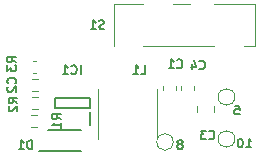
<source format=gbr>
%TF.GenerationSoftware,KiCad,Pcbnew,(5.1.10)-1*%
%TF.CreationDate,2021-10-05T14:24:33+02:00*%
%TF.ProjectId,Masterproef ultrasonic transducer,4d617374-6572-4707-926f-656620756c74,rev?*%
%TF.SameCoordinates,Original*%
%TF.FileFunction,Legend,Bot*%
%TF.FilePolarity,Positive*%
%FSLAX46Y46*%
G04 Gerber Fmt 4.6, Leading zero omitted, Abs format (unit mm)*
G04 Created by KiCad (PCBNEW (5.1.10)-1) date 2021-10-05 14:24:33*
%MOMM*%
%LPD*%
G01*
G04 APERTURE LIST*
%ADD10C,0.200000*%
%ADD11C,0.100000*%
%ADD12C,0.120000*%
%ADD13C,0.150000*%
G04 APERTURE END LIST*
D10*
%TO.C,D1*%
X108556000Y-94223000D02*
X111356000Y-94223000D01*
X107846000Y-96023000D02*
X111356000Y-96023000D01*
D11*
%TO.C,S1*%
X114142000Y-87094000D02*
X114142000Y-83594000D01*
X114142000Y-83594000D02*
X116642000Y-83594000D01*
X116642000Y-87094000D02*
X122642000Y-87094000D01*
X125142000Y-87094000D02*
X126142000Y-87094000D01*
X126142000Y-87094000D02*
X126142000Y-83594000D01*
X126142000Y-83594000D02*
X122642000Y-83594000D01*
X119142000Y-83594000D02*
X120642000Y-83594000D01*
%TO.C,L1*%
X112790600Y-90766200D02*
X112790600Y-94966200D01*
X117790600Y-90766200D02*
X117790600Y-94966200D01*
D10*
%TO.C,IC1*%
X112107600Y-92403000D02*
X112107600Y-91553000D01*
X112107600Y-91553000D02*
X109207600Y-91553000D01*
X109207600Y-91553000D02*
X109207600Y-92403000D01*
X109207600Y-92403000D02*
X112107600Y-92403000D01*
X112157600Y-93803000D02*
X112157600Y-92753000D01*
D12*
%TO.C,R3*%
X107742258Y-89901500D02*
X107267742Y-89901500D01*
X107742258Y-90946500D02*
X107267742Y-90946500D01*
%TO.C,C2*%
X107288420Y-88390000D02*
X107569580Y-88390000D01*
X107288420Y-89410000D02*
X107569580Y-89410000D01*
%TO.C,10*%
X124398000Y-94996000D02*
G75*
G03*
X124398000Y-94996000I-700000J0D01*
G01*
%TO.C,8*%
X119191000Y-95250000D02*
G75*
G03*
X119191000Y-95250000I-700000J0D01*
G01*
%TO.C,5*%
X124398000Y-91440000D02*
G75*
G03*
X124398000Y-91440000I-700000J0D01*
G01*
%TO.C,R2*%
X107267742Y-91425500D02*
X107742258Y-91425500D01*
X107267742Y-92470500D02*
X107742258Y-92470500D01*
%TO.C,R1*%
X107141742Y-92949500D02*
X107616258Y-92949500D01*
X107141742Y-93994500D02*
X107616258Y-93994500D01*
%TO.C,C4*%
X119886000Y-90818580D02*
X119886000Y-90537420D01*
X120906000Y-90818580D02*
X120906000Y-90537420D01*
%TO.C,C3*%
X122655000Y-92194748D02*
X122655000Y-92717252D01*
X121185000Y-92194748D02*
X121185000Y-92717252D01*
%TO.C,C1*%
X118362000Y-90818580D02*
X118362000Y-90537420D01*
X119382000Y-90818580D02*
X119382000Y-90537420D01*
%TO.C,D1*%
D13*
X107232971Y-95843285D02*
X107232971Y-95093285D01*
X107054400Y-95093285D01*
X106947257Y-95129000D01*
X106875828Y-95200428D01*
X106840114Y-95271857D01*
X106804400Y-95414714D01*
X106804400Y-95521857D01*
X106840114Y-95664714D01*
X106875828Y-95736142D01*
X106947257Y-95807571D01*
X107054400Y-95843285D01*
X107232971Y-95843285D01*
X106090114Y-95843285D02*
X106518685Y-95843285D01*
X106304400Y-95843285D02*
X106304400Y-95093285D01*
X106375828Y-95200428D01*
X106447257Y-95271857D01*
X106518685Y-95307571D01*
%TO.C,S1*%
X113347428Y-85647571D02*
X113240285Y-85683285D01*
X113061714Y-85683285D01*
X112990285Y-85647571D01*
X112954571Y-85611857D01*
X112918857Y-85540428D01*
X112918857Y-85469000D01*
X112954571Y-85397571D01*
X112990285Y-85361857D01*
X113061714Y-85326142D01*
X113204571Y-85290428D01*
X113276000Y-85254714D01*
X113311714Y-85219000D01*
X113347428Y-85147571D01*
X113347428Y-85076142D01*
X113311714Y-85004714D01*
X113276000Y-84969000D01*
X113204571Y-84933285D01*
X113026000Y-84933285D01*
X112918857Y-84969000D01*
X112204571Y-85683285D02*
X112633142Y-85683285D01*
X112418857Y-85683285D02*
X112418857Y-84933285D01*
X112490285Y-85040428D01*
X112561714Y-85111857D01*
X112633142Y-85147571D01*
%TO.C,L1*%
X116457000Y-89493285D02*
X116814142Y-89493285D01*
X116814142Y-88743285D01*
X115814142Y-89493285D02*
X116242714Y-89493285D01*
X116028428Y-89493285D02*
X116028428Y-88743285D01*
X116099857Y-88850428D01*
X116171285Y-88921857D01*
X116242714Y-88957571D01*
%TO.C,IC1*%
X111349142Y-89493285D02*
X111349142Y-88743285D01*
X110563428Y-89421857D02*
X110599142Y-89457571D01*
X110706285Y-89493285D01*
X110777714Y-89493285D01*
X110884857Y-89457571D01*
X110956285Y-89386142D01*
X110992000Y-89314714D01*
X111027714Y-89171857D01*
X111027714Y-89064714D01*
X110992000Y-88921857D01*
X110956285Y-88850428D01*
X110884857Y-88779000D01*
X110777714Y-88743285D01*
X110706285Y-88743285D01*
X110599142Y-88779000D01*
X110563428Y-88814714D01*
X109849142Y-89493285D02*
X110277714Y-89493285D01*
X110063428Y-89493285D02*
X110063428Y-88743285D01*
X110134857Y-88850428D01*
X110206285Y-88921857D01*
X110277714Y-88957571D01*
%TO.C,R3*%
X105876285Y-88521000D02*
X105519142Y-88271000D01*
X105876285Y-88092428D02*
X105126285Y-88092428D01*
X105126285Y-88378142D01*
X105162000Y-88449571D01*
X105197714Y-88485285D01*
X105269142Y-88521000D01*
X105376285Y-88521000D01*
X105447714Y-88485285D01*
X105483428Y-88449571D01*
X105519142Y-88378142D01*
X105519142Y-88092428D01*
X105126285Y-88771000D02*
X105126285Y-89235285D01*
X105412000Y-88985285D01*
X105412000Y-89092428D01*
X105447714Y-89163857D01*
X105483428Y-89199571D01*
X105554857Y-89235285D01*
X105733428Y-89235285D01*
X105804857Y-89199571D01*
X105840571Y-89163857D01*
X105876285Y-89092428D01*
X105876285Y-88878142D01*
X105840571Y-88806714D01*
X105804857Y-88771000D01*
%TO.C,C2*%
X105804857Y-90299000D02*
X105840571Y-90263285D01*
X105876285Y-90156142D01*
X105876285Y-90084714D01*
X105840571Y-89977571D01*
X105769142Y-89906142D01*
X105697714Y-89870428D01*
X105554857Y-89834714D01*
X105447714Y-89834714D01*
X105304857Y-89870428D01*
X105233428Y-89906142D01*
X105162000Y-89977571D01*
X105126285Y-90084714D01*
X105126285Y-90156142D01*
X105162000Y-90263285D01*
X105197714Y-90299000D01*
X105197714Y-90584714D02*
X105162000Y-90620428D01*
X105126285Y-90691857D01*
X105126285Y-90870428D01*
X105162000Y-90941857D01*
X105197714Y-90977571D01*
X105269142Y-91013285D01*
X105340571Y-91013285D01*
X105447714Y-90977571D01*
X105876285Y-90549000D01*
X105876285Y-91013285D01*
%TO.C,10*%
X125364857Y-95716285D02*
X125793428Y-95716285D01*
X125579142Y-95716285D02*
X125579142Y-94966285D01*
X125650571Y-95073428D01*
X125722000Y-95144857D01*
X125793428Y-95180571D01*
X124900571Y-94966285D02*
X124829142Y-94966285D01*
X124757714Y-95002000D01*
X124722000Y-95037714D01*
X124686285Y-95109142D01*
X124650571Y-95252000D01*
X124650571Y-95430571D01*
X124686285Y-95573428D01*
X124722000Y-95644857D01*
X124757714Y-95680571D01*
X124829142Y-95716285D01*
X124900571Y-95716285D01*
X124972000Y-95680571D01*
X125007714Y-95644857D01*
X125043428Y-95573428D01*
X125079142Y-95430571D01*
X125079142Y-95252000D01*
X125043428Y-95109142D01*
X125007714Y-95037714D01*
X124972000Y-95002000D01*
X124900571Y-94966285D01*
%TO.C,8*%
X119832428Y-95414714D02*
X119903857Y-95379000D01*
X119939571Y-95343285D01*
X119975285Y-95271857D01*
X119975285Y-95236142D01*
X119939571Y-95164714D01*
X119903857Y-95129000D01*
X119832428Y-95093285D01*
X119689571Y-95093285D01*
X119618142Y-95129000D01*
X119582428Y-95164714D01*
X119546714Y-95236142D01*
X119546714Y-95271857D01*
X119582428Y-95343285D01*
X119618142Y-95379000D01*
X119689571Y-95414714D01*
X119832428Y-95414714D01*
X119903857Y-95450428D01*
X119939571Y-95486142D01*
X119975285Y-95557571D01*
X119975285Y-95700428D01*
X119939571Y-95771857D01*
X119903857Y-95807571D01*
X119832428Y-95843285D01*
X119689571Y-95843285D01*
X119618142Y-95807571D01*
X119582428Y-95771857D01*
X119546714Y-95700428D01*
X119546714Y-95557571D01*
X119582428Y-95486142D01*
X119618142Y-95450428D01*
X119689571Y-95414714D01*
%TO.C,5*%
X124408428Y-92172285D02*
X124765571Y-92172285D01*
X124801285Y-92529428D01*
X124765571Y-92493714D01*
X124694142Y-92458000D01*
X124515571Y-92458000D01*
X124444142Y-92493714D01*
X124408428Y-92529428D01*
X124372714Y-92600857D01*
X124372714Y-92779428D01*
X124408428Y-92850857D01*
X124444142Y-92886571D01*
X124515571Y-92922285D01*
X124694142Y-92922285D01*
X124765571Y-92886571D01*
X124801285Y-92850857D01*
%TO.C,R2*%
X106003285Y-91950000D02*
X105646142Y-91700000D01*
X106003285Y-91521428D02*
X105253285Y-91521428D01*
X105253285Y-91807142D01*
X105289000Y-91878571D01*
X105324714Y-91914285D01*
X105396142Y-91950000D01*
X105503285Y-91950000D01*
X105574714Y-91914285D01*
X105610428Y-91878571D01*
X105646142Y-91807142D01*
X105646142Y-91521428D01*
X105324714Y-92235714D02*
X105289000Y-92271428D01*
X105253285Y-92342857D01*
X105253285Y-92521428D01*
X105289000Y-92592857D01*
X105324714Y-92628571D01*
X105396142Y-92664285D01*
X105467571Y-92664285D01*
X105574714Y-92628571D01*
X106003285Y-92200000D01*
X106003285Y-92664285D01*
%TO.C,R1*%
X109686285Y-93347000D02*
X109329142Y-93097000D01*
X109686285Y-92918428D02*
X108936285Y-92918428D01*
X108936285Y-93204142D01*
X108972000Y-93275571D01*
X109007714Y-93311285D01*
X109079142Y-93347000D01*
X109186285Y-93347000D01*
X109257714Y-93311285D01*
X109293428Y-93275571D01*
X109329142Y-93204142D01*
X109329142Y-92918428D01*
X109686285Y-94061285D02*
X109686285Y-93632714D01*
X109686285Y-93847000D02*
X108936285Y-93847000D01*
X109043428Y-93775571D01*
X109114857Y-93704142D01*
X109150571Y-93632714D01*
%TO.C,C4*%
X121410000Y-89040857D02*
X121445714Y-89076571D01*
X121552857Y-89112285D01*
X121624285Y-89112285D01*
X121731428Y-89076571D01*
X121802857Y-89005142D01*
X121838571Y-88933714D01*
X121874285Y-88790857D01*
X121874285Y-88683714D01*
X121838571Y-88540857D01*
X121802857Y-88469428D01*
X121731428Y-88398000D01*
X121624285Y-88362285D01*
X121552857Y-88362285D01*
X121445714Y-88398000D01*
X121410000Y-88433714D01*
X120767142Y-88612285D02*
X120767142Y-89112285D01*
X120945714Y-88326571D02*
X121124285Y-88862285D01*
X120660000Y-88862285D01*
%TO.C,C3*%
X122212640Y-94959057D02*
X122248354Y-94994771D01*
X122355497Y-95030485D01*
X122426925Y-95030485D01*
X122534068Y-94994771D01*
X122605497Y-94923342D01*
X122641211Y-94851914D01*
X122676925Y-94709057D01*
X122676925Y-94601914D01*
X122641211Y-94459057D01*
X122605497Y-94387628D01*
X122534068Y-94316200D01*
X122426925Y-94280485D01*
X122355497Y-94280485D01*
X122248354Y-94316200D01*
X122212640Y-94351914D01*
X121962640Y-94280485D02*
X121498354Y-94280485D01*
X121748354Y-94566200D01*
X121641211Y-94566200D01*
X121569782Y-94601914D01*
X121534068Y-94637628D01*
X121498354Y-94709057D01*
X121498354Y-94887628D01*
X121534068Y-94959057D01*
X121569782Y-94994771D01*
X121641211Y-95030485D01*
X121855497Y-95030485D01*
X121926925Y-94994771D01*
X121962640Y-94959057D01*
%TO.C,C1*%
X119505000Y-88913857D02*
X119540714Y-88949571D01*
X119647857Y-88985285D01*
X119719285Y-88985285D01*
X119826428Y-88949571D01*
X119897857Y-88878142D01*
X119933571Y-88806714D01*
X119969285Y-88663857D01*
X119969285Y-88556714D01*
X119933571Y-88413857D01*
X119897857Y-88342428D01*
X119826428Y-88271000D01*
X119719285Y-88235285D01*
X119647857Y-88235285D01*
X119540714Y-88271000D01*
X119505000Y-88306714D01*
X118790714Y-88985285D02*
X119219285Y-88985285D01*
X119005000Y-88985285D02*
X119005000Y-88235285D01*
X119076428Y-88342428D01*
X119147857Y-88413857D01*
X119219285Y-88449571D01*
%TD*%
M02*

</source>
